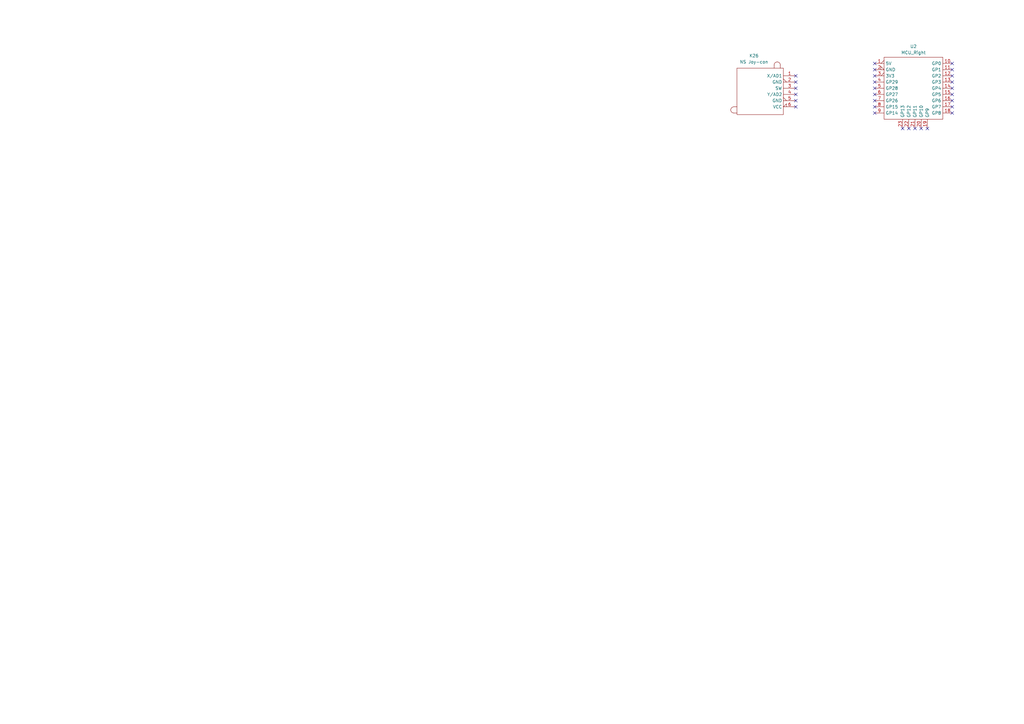
<source format=kicad_sch>
(kicad_sch (version 20230121) (generator eeschema)
  (paper "A3")
  (lib_symbols
    (symbol "DreaM117er_Library:Joystick_NSJoycon"
      (property "Reference" "JE" (at -6.985 13.97 0))
      (property "Value" "NS Joy-con" (at -2.54 11.43 0))
      (symbol "Joystick_NSJoycon_0_1"
        (arc (start -12.065 -7.62) (mid -11.693 -8.518) (end -10.795 -8.89))
        (arc (start -10.795 -6.35) (mid -11.693 -6.722) (end -12.065 -7.62))
        (rectangle (start -9.525 9.525) (end 9.525 -9.525))
        (polyline (pts (xy -10.795 -8.89) (xy -9.525 -8.89)))
        (polyline (pts (xy -10.795 -6.35) (xy -9.525 -6.35)))
        (polyline (pts (xy 5.715 10.795) (xy 5.715 9.525)))
        (polyline (pts (xy 8.255 10.795) (xy 8.255 9.525)))
        (arc (start 6.985 12.065) (mid 6.087 11.693) (end 5.715 10.795))
        (arc (start 8.255 10.795) (mid 7.883 11.693) (end 6.985 12.065))
      )
      (symbol "Joystick_NSJoycon_1_1"
        (pin input line (at 14.605 6.35 180) (length 5.08) (name "X/AD1") (number "1"))
        (pin output output_low (at 14.605 3.81 180) (length 5.08) (name "GND") (number "2"))
        (pin input line (at 14.605 1.27 180) (length 5.08) (name "SW") (number "3"))
        (pin input line (at 14.605 -1.27 180) (length 5.08) (name "Y/AD2") (number "4"))
        (pin output output_low (at 14.605 -3.81 180) (length 5.08) (name "GND") (number "5"))
        (pin input input_low (at 14.605 -6.35 180) (length 5.08) (name "VCC") (number "6"))
      )
    )
    (symbol "DreaM117er_Library:MCU_RP2040_SuperMini" (pin_names (offset 0.635))
      (property "Reference" "U" (at 0 12.7 0))
      (property "Value" "MCU_RP2040_SuperMini" (at 0 10.16 0))
      (symbol "MCU_RP2040_SuperMini_0_1"
        (rectangle (start -12.065 8.89) (end 12.065 -16.51))
      )
      (symbol "MCU_RP2040_SuperMini_1_1"
        (pin passive output_low (at -15.875 6.35 0) (length 3.81) (name "5V") (number "1"))
        (pin passive line (at 15.875 6.35 180) (length 3.81) (name "GP0") (number "10"))
        (pin passive line (at 15.875 3.81 180) (length 3.81) (name "GP1") (number "11"))
        (pin passive line (at 15.875 1.27 180) (length 3.81) (name "GP2") (number "12"))
        (pin passive line (at 15.875 -1.27 180) (length 3.81) (name "GP3") (number "13"))
        (pin passive line (at 15.875 -3.81 180) (length 3.81) (name "GP4") (number "14"))
        (pin passive line (at 15.875 -6.35 180) (length 3.81) (name "GP5") (number "15"))
        (pin passive line (at 15.875 -8.89 180) (length 3.81) (name "GP6") (number "16"))
        (pin passive line (at 15.875 -11.43 180) (length 3.81) (name "GP7") (number "17"))
        (pin passive line (at 15.875 -13.97 180) (length 3.81) (name "GP8") (number "18"))
        (pin passive line (at 5.715 -20.32 90) (length 3.81) (name "GP9") (number "19"))
        (pin passive input_low (at -15.875 3.81 0) (length 3.81) (name "GND") (number "2"))
        (pin passive line (at 3.175 -20.32 90) (length 3.81) (name "GP10") (number "20"))
        (pin passive line (at 0.635 -20.32 90) (length 3.81) (name "GP11") (number "21"))
        (pin passive line (at -1.905 -20.32 90) (length 3.81) (name "GP12") (number "22"))
        (pin passive line (at -4.445 -20.32 90) (length 3.81) (name "GP13") (number "23"))
        (pin passive output_low (at -15.875 1.27 0) (length 3.81) (name "3V3") (number "3"))
        (pin passive line (at -15.875 -1.27 0) (length 3.81) (name "GP29") (number "4"))
        (pin passive line (at -15.875 -3.81 0) (length 3.81) (name "GP28") (number "5"))
        (pin passive line (at -15.875 -6.35 0) (length 3.81) (name "GP27") (number "6"))
        (pin passive line (at -15.875 -8.89 0) (length 3.81) (name "GP26") (number "7"))
        (pin passive line (at -15.875 -11.43 0) (length 3.81) (name "GP15") (number "8"))
        (pin passive line (at -15.875 -13.97 0) (length 3.81) (name "GP14") (number "9"))
      )
    )
  )
  (no_connect (at 390.525 28.575))
  (no_connect (at 380.365 52.705))
  (no_connect (at 377.825 52.705))
  (no_connect (at 390.525 46.355))
  (no_connect (at 358.775 43.815))
  (no_connect (at 326.39 43.815))
  (no_connect (at 370.205 52.705))
  (no_connect (at 358.775 33.655))
  (no_connect (at 390.525 38.735))
  (no_connect (at 390.525 26.035))
  (no_connect (at 358.775 31.115))
  (no_connect (at 390.525 36.195))
  (no_connect (at 390.525 31.115))
  (no_connect (at 326.39 33.655))
  (no_connect (at 358.775 28.575))
  (no_connect (at 326.39 41.275))
  (no_connect (at 358.775 36.195))
  (no_connect (at 358.775 41.275))
  (no_connect (at 390.525 41.275))
  (no_connect (at 375.285 52.705))
  (no_connect (at 372.745 52.705))
  (no_connect (at 326.39 38.735))
  (no_connect (at 326.39 31.115))
  (no_connect (at 358.775 46.355))
  (no_connect (at 358.775 26.035))
  (no_connect (at 390.525 33.655))
  (no_connect (at 326.39 36.195))
  (no_connect (at 358.775 38.735))
  (no_connect (at 390.525 43.815))
  (symbol (lib_id "DreaM117er_Library:MCU_RP2040_SuperMini") (at 374.65 32.385 0) (unit 1)
    (property "Reference" "U2" (at 374.65 19.05 0))
    (property "Value" "MCU_Right" (at 374.65 21.59 0))
    (property "Footprint" "DreaM117er-keebLibrary:MCU_RP2040SuperMini_SMD" (effects hide))
  )
  (symbol (lib_id "DreaM117er_Library:Joystick_NSJoycon") (at 311.785 37.465 0) (unit 1)
    (property "Reference" "K26" (at 309.245 22.86 0))
    (property "Value" "NS Joy-con" (at 309.245 25.4 0))
    (property "Footprint" "DreaM117er-keebLibrary:Joystick_NSJoy-con" (effects hide))
  )
)
</source>
